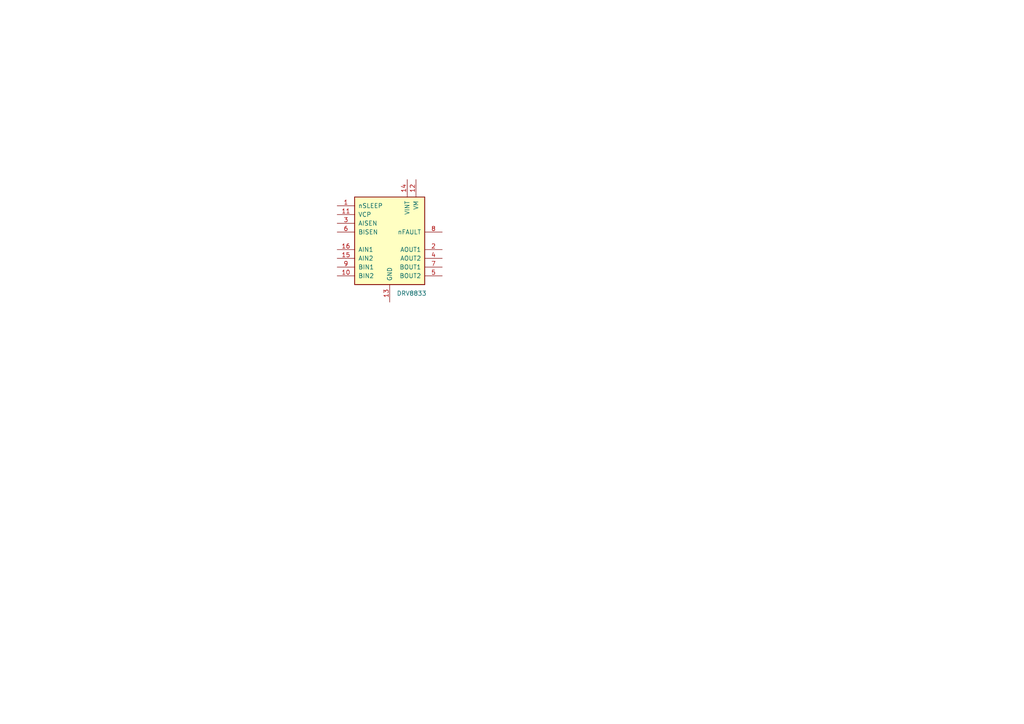
<source format=kicad_sch>
(kicad_sch (version 20211123) (generator eeschema)
  (paper "A4")
  (lib_symbols
    (symbol "Driver_Motor:DRV8833PW" (pin_names (offset 1.016))
      (property "Reference" "U" (at -3.81 16.51 0))
      (property "Value" "DRV8833PW" (at -3.81 13.97 0))
      (symbol "DRV8833PW_0_1"
        (rectangle (start -10.16 12.7) (end 10.16 -12.7) (stroke (width 0.254)) (fill (type background)))
      )
      (symbol "DRV8833PW_1_1"
        (pin input line (at -15.24 10.16 0) (length 5.08) (name "nSLEEP") (number "1"))
        (pin input line (at -15.24 -10.16 0) (length 5.08) (name "BIN2") (number "10"))
        (pin bidirectional line (at -15.24 7.62 0) (length 5.08) (name "VCP") (number "11"))
        (pin power_in line (at 7.62 17.78 270) (length 5.08) (name "VM") (number "12"))
        (pin power_in line (at 0 -17.78 90) (length 5.08) (name "GND") (number "13"))
        (pin power_in line (at 5.08 17.78 270) (length 5.08) (name "VINT") (number "14"))
        (pin input line (at -15.24 -5.08 0) (length 5.08) (name "AIN2") (number "15"))
        (pin input line (at -15.24 -2.54 0) (length 5.08) (name "AIN1") (number "16"))
        (pin power_out line (at 15.24 -2.54 180) (length 5.08) (name "AOUT1") (number "2"))
        (pin bidirectional line (at -15.24 5.08 0) (length 5.08) (name "AISEN") (number "3"))
        (pin power_out line (at 15.24 -5.08 180) (length 5.08) (name "AOUT2") (number "4"))
        (pin power_out line (at 15.24 -10.16 180) (length 5.08) (name "BOUT2") (number "5"))
        (pin bidirectional line (at -15.24 2.54 0) (length 5.08) (name "BISEN") (number "6"))
        (pin power_out line (at 15.24 -7.62 180) (length 5.08) (name "BOUT1") (number "7"))
        (pin open_collector line (at 15.24 2.54 180) (length 5.08) (name "nFAULT") (number "8"))
        (pin input line (at -15.24 -7.62 0) (length 5.08) (name "BIN1") (number "9"))
      )
    )
  )
  (symbol (lib_id "Driver_Motor:DRV8833PW") (at 113.03 69.85 0) (unit 1)
    (property "Reference" "U?" (effects hide))
    (property "Value" "DRV8833" (at 115.0494 85.09 0) (effects (justify left)))
    (property "Footprint" "Package_SO:TSSOP-16_4.4x5mm_P0.65mm" (effects hide))
    (property "Datasheet" "http://www.ti.com/lit/ds/symlink/drv8833.pdf" (effects hide))
  )
)
</source>
